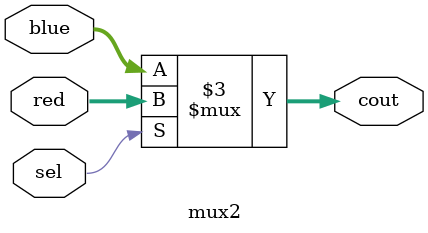
<source format=v>
module mux2(	input [8:0]red, blue,
					input sel,
					output reg [8:0]cout);
					
always @(*)
	if (sel)	
		cout= red;
	else 
		cout= blue;
	
endmodule


</source>
